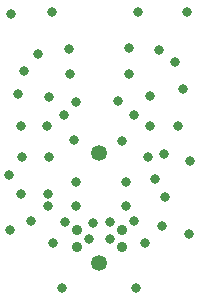
<source format=gbr>
%TF.GenerationSoftware,KiCad,Pcbnew,(6.0.4)*%
%TF.CreationDate,2022-08-13T18:46:34+03:00*%
%TF.ProjectId,Head_001,48656164-5f30-4303-912e-6b696361645f,rev?*%
%TF.SameCoordinates,Original*%
%TF.FileFunction,Soldermask,Bot*%
%TF.FilePolarity,Negative*%
%FSLAX46Y46*%
G04 Gerber Fmt 4.6, Leading zero omitted, Abs format (unit mm)*
G04 Created by KiCad (PCBNEW (6.0.4)) date 2022-08-13 18:46:34*
%MOMM*%
%LPD*%
G01*
G04 APERTURE LIST*
%ADD10C,1.350000*%
%ADD11C,0.900000*%
%ADD12C,0.800000*%
G04 APERTURE END LIST*
D10*
%TO.C,U2*%
X101543600Y-81107800D03*
%TD*%
D11*
%TO.C,D9*%
X99643600Y-79757800D03*
%TD*%
%TO.C,D7*%
X103443600Y-79757800D03*
%TD*%
%TO.C,D6*%
X103443600Y-78257800D03*
%TD*%
%TO.C,D10*%
X99643600Y-78257800D03*
%TD*%
D10*
%TO.C,U1*%
X101543600Y-71807800D03*
%TD*%
D12*
X104626000Y-83188600D03*
X98428400Y-83214000D03*
X105388000Y-79404000D03*
X104495600Y-77571600D03*
X95758000Y-77546200D03*
X108969400Y-59820600D03*
X100990400Y-77673200D03*
X100660200Y-79070200D03*
X94640400Y-66802000D03*
X94970600Y-75234800D03*
X103102000Y-67389800D03*
X107950000Y-64058800D03*
X97282000Y-67005200D03*
X99546000Y-67466000D03*
X105689400Y-72085200D03*
X94085000Y-59973000D03*
X107086400Y-75539600D03*
X108204000Y-69494400D03*
X93954600Y-73660000D03*
X94919800Y-69494400D03*
X104803800Y-59846000D03*
X103835200Y-74193400D03*
X99060000Y-65049400D03*
X97307400Y-72136000D03*
X99034600Y-62966600D03*
X106299000Y-73939400D03*
X106629200Y-63017400D03*
X108686600Y-66319400D03*
X97129600Y-69494400D03*
X94996000Y-72136000D03*
X99568000Y-74244200D03*
X97514000Y-59871400D03*
X104063800Y-65074800D03*
X109274200Y-72469800D03*
X104521000Y-68554600D03*
X97256600Y-76276200D03*
X97615600Y-79429400D03*
X106857800Y-77952600D03*
X109147200Y-78642000D03*
X103835200Y-76250800D03*
X102438200Y-77647800D03*
X105841800Y-66979800D03*
X98653600Y-77622400D03*
X99419000Y-70691800D03*
X99568000Y-76301600D03*
X104038400Y-62915800D03*
X96367600Y-63373000D03*
X95173800Y-64871600D03*
X102438200Y-79070200D03*
X93958000Y-78261000D03*
X98577400Y-68529200D03*
X105892600Y-69494400D03*
X103508400Y-70768000D03*
X97183800Y-75238400D03*
X107039000Y-71860200D03*
M02*

</source>
